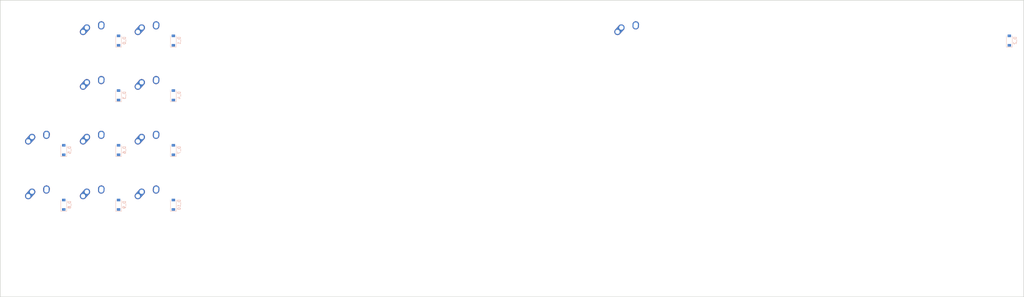
<source format=kicad_pcb>
(kicad_pcb (version 20171130) (host pcbnew "(5.0.0-3-g5ebb6b6)")

  (general
    (thickness 1.6)
    (drawings 0)
    (tracks 0)
    (zones 0)
    (modules 94)
    (nets 64)
  )

  (page A2)
  (layers
    (0 F.Cu signal)
    (31 B.Cu signal)
    (32 B.Adhes user)
    (33 F.Adhes user)
    (34 B.Paste user)
    (35 F.Paste user)
    (36 B.SilkS user)
    (37 F.SilkS user)
    (38 B.Mask user)
    (39 F.Mask user)
    (40 Dwgs.User user)
    (41 Cmts.User user)
    (42 Eco1.User user)
    (43 Eco2.User user)
    (44 Edge.Cuts user)
    (45 Margin user)
    (46 B.CrtYd user)
    (47 F.CrtYd user)
    (48 B.Fab user)
    (49 F.Fab user)
  )

  (setup
    (last_trace_width 0.25)
    (trace_clearance 0.2)
    (zone_clearance 0.508)
    (zone_45_only no)
    (trace_min 0.2)
    (segment_width 0.2)
    (edge_width 0.1)
    (via_size 0.8)
    (via_drill 0.4)
    (via_min_size 0.4)
    (via_min_drill 0.3)
    (uvia_size 0.3)
    (uvia_drill 0.1)
    (uvias_allowed no)
    (uvia_min_size 0.2)
    (uvia_min_drill 0.1)
    (pcb_text_width 0.3)
    (pcb_text_size 1.5 1.5)
    (mod_edge_width 0.15)
    (mod_text_size 1 1)
    (mod_text_width 0.15)
    (pad_size 1.5 1.5)
    (pad_drill 0.6)
    (pad_to_mask_clearance 0)
    (aux_axis_origin 0 0)
    (visible_elements FFFFFF7F)
    (pcbplotparams
      (layerselection 0x010fc_ffffffff)
      (usegerberextensions false)
      (usegerberattributes false)
      (usegerberadvancedattributes false)
      (creategerberjobfile false)
      (excludeedgelayer true)
      (linewidth 0.100000)
      (plotframeref false)
      (viasonmask false)
      (mode 1)
      (useauxorigin false)
      (hpglpennumber 1)
      (hpglpenspeed 20)
      (hpglpendiameter 15.000000)
      (psnegative false)
      (psa4output false)
      (plotreference true)
      (plotvalue true)
      (plotinvisibletext false)
      (padsonsilk false)
      (subtractmaskfromsilk false)
      (outputformat 1)
      (mirror false)
      (drillshape 1)
      (scaleselection 1)
      (outputdirectory ""))
  )

  (net 0 "")
  (net 1 "GND")
  (net 2 "VCC")
  (net 3 "col0")
  (net 4 "col1")
  (net 5 "col2")
  (net 6 "col3")
  (net 7 "col4")
  (net 8 "col5")
  (net 9 "col6")
  (net 10 "col7")
  (net 11 "col8")
  (net 12 "col9")
  (net 13 "col10")
  (net 14 "col11")
  (net 15 "col12")
  (net 16 "row0")
  (net 17 "row1")
  (net 18 "row2")
  (net 19 "row3")
  (net 20 "row4")
  (net 21 "Net-(K_0-Pad1)")
  (net 22 "Net-(K_0-Pad2)")
  (net 23 "Net-(K_0-Pad3)")
  (net 24 "Net-(K_0-Pad4)")
  (net 25 "Net-(D_0-Pad1)")
  (net 26 "Net-(D_0-Pad2)")
  (net 27 "Net-(K_1-Pad1)")
  (net 28 "Net-(K_1-Pad2)")
  (net 29 "Net-(K_1-Pad3)")
  (net 30 "Net-(K_1-Pad4)")
  (net 31 "Net-(D_1-Pad1)")
  (net 32 "Net-(D_1-Pad2)")
  (net 33 "Net-(K_3-Pad1)")
  (net 34 "Net-(K_3-Pad2)")
  (net 35 "Net-(K_3-Pad3)")
  (net 36 "Net-(K_3-Pad4)")
  (net 37 "Net-(D_3-Pad1)")
  (net 38 "Net-(D_3-Pad2)")
  (net 39 "Net-(K_4-Pad1)")
  (net 40 "Net-(K_4-Pad2)")
  (net 41 "Net-(K_4-Pad3)")
  (net 42 "Net-(K_4-Pad4)")
  (net 43 "Net-(D_4-Pad1)")
  (net 44 "Net-(D_4-Pad2)")
  (net 45 "Net-(K_5-Pad1)")
  (net 46 "Net-(K_5-Pad2)")
  (net 47 "Net-(K_5-Pad3)")
  (net 48 "Net-(K_5-Pad4)")
  (net 49 "Net-(D_5-Pad1)")
  (net 50 "Net-(D_5-Pad2)")
  (net 51 "Net-(K_8-Pad1)")
  (net 52 "Net-(K_8-Pad2)")
  (net 53 "Net-(K_8-Pad3)")
  (net 54 "Net-(K_8-Pad4)")
  (net 55 "Net-(D_8-Pad1)")
  (net 56 "Net-(D_8-Pad2)")
  (net 57 "Net-(K_6-Pad1)")
  (net 58 "Net-(K_6-Pad2)")
  (net 59 "Net-(K_6-Pad3)")
  (net 60 "Net-(K_6-Pad4)")
  (net 61 "Net-(D_6-Pad1)")
  (net 62 "Net-(D_6-Pad2)")
  (net 63 "Net-(K_9-Pad1)")
  (net 64 "Net-(K_9-Pad2)")
  (net 65 "Net-(K_9-Pad3)")
  (net 66 "Net-(K_9-Pad4)")
  (net 67 "Net-(D_9-Pad1)")
  (net 68 "Net-(D_9-Pad2)")
  (net 69 "Net-(K_7-Pad1)")
  (net 70 "Net-(K_7-Pad2)")
  (net 71 "Net-(K_7-Pad3)")
  (net 72 "Net-(K_7-Pad4)")
  (net 73 "Net-(D_7-Pad1)")
  (net 74 "Net-(D_7-Pad2)")
  (net 75 "Net-(K_10-Pad1)")
  (net 76 "Net-(K_10-Pad2)")
  (net 77 "Net-(K_10-Pad3)")
  (net 78 "Net-(K_10-Pad4)")
  (net 79 "Net-(D_10-Pad1)")
  (net 80 "Net-(D_10-Pad2)")
  (net 81 "Net-(K_2-Pad1)")
  (net 82 "Net-(K_2-Pad2)")
  (net 83 "Net-(K_2-Pad3)")
  (net 84 "Net-(K_2-Pad4)")
  (net 85 "Net-(D_2-Pad1)")
  (net 86 "Net-(D_2-Pad2)")

(net_class Default "This is the default net class."
  (clearance 0.2)
  (trace_width 0.25)
  (via_dia 0.8)
  (via_drill 0.4)
  (uvia_dia 0.3)
  (uvia_drill 0.1)
  (add_net "")
  (add_net "GND")
  (add_net "VCC")
  (add_net "col0")
  (add_net "col1")
  (add_net "col2")
  (add_net "col3")
  (add_net "col4")
  (add_net "col5")
  (add_net "col6")
  (add_net "col7")
  (add_net "col8")
  (add_net "col9")
  (add_net "col10")
  (add_net "col11")
  (add_net "col12")
  (add_net "row0")
  (add_net "row1")
  (add_net "row2")
  (add_net "row3")
  (add_net "row4")
  (add_net "Net-(K_0-Pad1)")
  (add_net "Net-(K_0-Pad2)")
  (add_net "Net-(K_0-Pad3)")
  (add_net "Net-(K_0-Pad4)")
  (add_net "Net-(D_0-Pad1)")
  (add_net "Net-(D_0-Pad2)")
  (add_net "Net-(K_1-Pad1)")
  (add_net "Net-(K_1-Pad2)")
  (add_net "Net-(K_1-Pad3)")
  (add_net "Net-(K_1-Pad4)")
  (add_net "Net-(D_1-Pad1)")
  (add_net "Net-(D_1-Pad2)")
  (add_net "Net-(K_3-Pad1)")
  (add_net "Net-(K_3-Pad2)")
  (add_net "Net-(K_3-Pad3)")
  (add_net "Net-(K_3-Pad4)")
  (add_net "Net-(D_3-Pad1)")
  (add_net "Net-(D_3-Pad2)")
  (add_net "Net-(K_4-Pad1)")
  (add_net "Net-(K_4-Pad2)")
  (add_net "Net-(K_4-Pad3)")
  (add_net "Net-(K_4-Pad4)")
  (add_net "Net-(D_4-Pad1)")
  (add_net "Net-(D_4-Pad2)")
  (add_net "Net-(K_5-Pad1)")
  (add_net "Net-(K_5-Pad2)")
  (add_net "Net-(K_5-Pad3)")
  (add_net "Net-(K_5-Pad4)")
  (add_net "Net-(D_5-Pad1)")
  (add_net "Net-(D_5-Pad2)")
  (add_net "Net-(K_8-Pad1)")
  (add_net "Net-(K_8-Pad2)")
  (add_net "Net-(K_8-Pad3)")
  (add_net "Net-(K_8-Pad4)")
  (add_net "Net-(D_8-Pad1)")
  (add_net "Net-(D_8-Pad2)")
  (add_net "Net-(K_6-Pad1)")
  (add_net "Net-(K_6-Pad2)")
  (add_net "Net-(K_6-Pad3)")
  (add_net "Net-(K_6-Pad4)")
  (add_net "Net-(D_6-Pad1)")
  (add_net "Net-(D_6-Pad2)")
  (add_net "Net-(K_9-Pad1)")
  (add_net "Net-(K_9-Pad2)")
  (add_net "Net-(K_9-Pad3)")
  (add_net "Net-(K_9-Pad4)")
  (add_net "Net-(D_9-Pad1)")
  (add_net "Net-(D_9-Pad2)")
  (add_net "Net-(K_7-Pad1)")
  (add_net "Net-(K_7-Pad2)")
  (add_net "Net-(K_7-Pad3)")
  (add_net "Net-(K_7-Pad4)")
  (add_net "Net-(D_7-Pad1)")
  (add_net "Net-(D_7-Pad2)")
  (add_net "Net-(K_10-Pad1)")
  (add_net "Net-(K_10-Pad2)")
  (add_net "Net-(K_10-Pad3)")
  (add_net "Net-(K_10-Pad4)")
  (add_net "Net-(D_10-Pad1)")
  (add_net "Net-(D_10-Pad2)")
  (add_net "Net-(K_2-Pad1)")
  (add_net "Net-(K_2-Pad2)")
  (add_net "Net-(K_2-Pad3)")
  (add_net "Net-(K_2-Pad4)")
  (add_net "Net-(D_2-Pad1)")
  (add_net "Net-(D_2-Pad2)")
)

  (module MX_Alps_Hybrid:MX-1U-NoLED (layer F.Cu) (tedit 5A9F5203)
  (tstamp 00)
  (at
  28.575
  9.525
  )
  (path /00000001)
  (fp_text reference K_0 (at 0 3.175) (layer Dwgs.User)
    (effects (font (size 1 1) (thickness 0.15)))
  )
  (fp_text value KEYSW (at 0 -7.9375) (layer Dwgs.User)
    (effects (font (size 1 1) (thickness 0.15)))
  )
  (fp_line (start 5 -7) (end 7 -7) (layer Dwgs.User) (width 0.15))
  (fp_line (start 7 -7) (end 7 -5) (layer Dwgs.User) (width 0.15))
  (fp_line (start 5 7) (end 7 7) (layer Dwgs.User) (width 0.15))
  (fp_line (start 7 7) (end 7 5) (layer Dwgs.User) (width 0.15))
  (fp_line (start -7 5) (end -7 7) (layer Dwgs.User) (width 0.15))
  (fp_line (start -7 7) (end -5 7) (layer Dwgs.User) (width 0.15))
  (fp_line (start -5 -7) (end -7 -7) (layer Dwgs.User) (width 0.15))
  (fp_line (start -7 -7) (end -7 -5) (layer Dwgs.User) (width 0.15))
  (fp_line (start -9.525 -9.525) (end 9.525 -9.525) (layer Dwgs.User) (width 0.15))
  (fp_line (start 9.525 -9.525) (end 9.525 9.525) (layer Dwgs.User) (width 0.15))
  (fp_line (start 9.525 9.525) (end -9.525 9.525) (layer Dwgs.User) (width 0.15))
  (fp_line (start -9.525 9.525) (end -9.525 -9.525) (layer Dwgs.User) (width 0.15))
  (pad 1 thru_hole circle (at -2.5 -4) (size 2.25 2.25) (drill 1.47) (layers *.Cu B.Mask)
    (net 4 "col1"))
  (pad 1 thru_hole oval (at -3.81 -2.54 48.0996) (size 4.211556 2.25) (drill 1.47 (offset 0.980778 0)) (layers *.Cu B.Mask)
    (net 4 "col1"))
  (pad 2 thru_hole oval (at 2.5 -4.5 86.0548) (size 2.831378 2.25) (drill 1.47 (offset 0.290689 0)) (layers *.Cu B.Mask)
    (net 26 "Net-(D_0-Pad2)"))
  (pad 2 thru_hole circle (at 2.54 -5.08) (size 2.25 2.25) (drill 1.47) (layers *.Cu B.Mask)
    (net 26 "Net-(D_0-Pad2)"))
  (pad "" np_thru_hole circle (at 0 0) (size 3.9878 3.9878) (drill 3.9878) (layers *.Cu *.Mask))
  (pad "" np_thru_hole circle (at -5.08 0 48.0996) (size 1.75 1.75) (drill 1.75) (layers *.Cu *.Mask))
  (pad "" np_thru_hole circle (at 5.08 0 48.0996) (size 1.75 1.75) (drill 1.75) (layers *.Cu *.Mask))

  
  
  
)
(module Diode_SMD:D_SOD-123 (layer B.Cu) (tedit 561B6A12) (tstamp 01)
    (at
    37.1
    10.025
    90)
    (descr SOD-123)
    (tags SOD-123)
    (path /00000000)
    (attr smd)
    (fp_text reference D_0 (at 0 2 90) (layer B.SilkS)
      (effects (font (size 1 1) (thickness 0.15)) (justify mirror))
    )
    (fp_text value D (at 0 -2.1 90) (layer B.Fab)
      (effects (font (size 1 1) (thickness 0.15)) (justify mirror))
    )
    (fp_line (start -2.25 1) (end 1.65 1) (layer B.SilkS) (width 0.12))
    (fp_line (start -2.25 -1) (end 1.65 -1) (layer B.SilkS) (width 0.12))
    (fp_line (start -2.35 1.15) (end -2.35 -1.15) (layer B.CrtYd) (width 0.05))
    (fp_line (start 2.35 -1.15) (end -2.35 -1.15) (layer B.CrtYd) (width 0.05))
    (fp_line (start 2.35 1.15) (end 2.35 -1.15) (layer B.CrtYd) (width 0.05))
    (fp_line (start -2.35 1.15) (end 2.35 1.15) (layer B.CrtYd) (width 0.05))
    (fp_line (start -1.4 0.9) (end 1.4 0.9) (layer B.Fab) (width 0.1))
    (fp_line (start 1.4 0.9) (end 1.4 -0.9) (layer B.Fab) (width 0.1))
    (fp_line (start 1.4 -0.9) (end -1.4 -0.9) (layer B.Fab) (width 0.1))
    (fp_line (start -1.4 -0.9) (end -1.4 0.9) (layer B.Fab) (width 0.1))
    (fp_line (start -0.75 0) (end -0.35 0) (layer B.Fab) (width 0.1))
    (fp_line (start -0.35 0) (end -0.35 0.55) (layer B.Fab) (width 0.1))
    (fp_line (start -0.35 0) (end -0.35 -0.55) (layer B.Fab) (width 0.1))
    (fp_line (start -0.35 0) (end 0.25 0.4) (layer B.Fab) (width 0.1))
    (fp_line (start 0.25 0.4) (end 0.25 -0.4) (layer B.Fab) (width 0.1))
    (fp_line (start 0.25 -0.4) (end -0.35 0) (layer B.Fab) (width 0.1))
    (fp_line (start 0.25 0) (end 0.75 0) (layer B.Fab) (width 0.1))
    (fp_line (start -2.25 1) (end -2.25 -1) (layer B.SilkS) (width 0.12))
    (fp_text user %R (at 0 2 270) (layer B.Fab)
      (effects (font (size 1 1) (thickness 0.15)) (justify mirror))
    )
    (pad 2 smd rect (at 1.65 0 90) (size 0.9 1.2) (layers B.Cu B.Paste B.Mask)
      (net 26 "Net-(D_0-Pad2)"))
    (pad 1 smd rect (at -1.65 0 90) (size 0.9 1.2) (layers B.Cu B.Paste B.Mask)
      (net 16 "row0"))
    (model ${KISYS3DMOD}/Diode_SMD.3dshapes/D_SOD-123.wrl
      (at (xyz 0 0 0))
      (scale (xyz 1 1 1))
      (rotate (xyz 0 0 0))
    )
  )

(module MX_Alps_Hybrid:MX-1U-NoLED (layer F.Cu) (tedit 5A9F5203)
  (tstamp 10)
  (at
  47.625
  9.525
  )
  (path /00000011)
  (fp_text reference K_1 (at 0 3.175) (layer Dwgs.User)
    (effects (font (size 1 1) (thickness 0.15)))
  )
  (fp_text value KEYSW (at 0 -7.9375) (layer Dwgs.User)
    (effects (font (size 1 1) (thickness 0.15)))
  )
  (fp_line (start 5 -7) (end 7 -7) (layer Dwgs.User) (width 0.15))
  (fp_line (start 7 -7) (end 7 -5) (layer Dwgs.User) (width 0.15))
  (fp_line (start 5 7) (end 7 7) (layer Dwgs.User) (width 0.15))
  (fp_line (start 7 7) (end 7 5) (layer Dwgs.User) (width 0.15))
  (fp_line (start -7 5) (end -7 7) (layer Dwgs.User) (width 0.15))
  (fp_line (start -7 7) (end -5 7) (layer Dwgs.User) (width 0.15))
  (fp_line (start -5 -7) (end -7 -7) (layer Dwgs.User) (width 0.15))
  (fp_line (start -7 -7) (end -7 -5) (layer Dwgs.User) (width 0.15))
  (fp_line (start -9.525 -9.525) (end 9.525 -9.525) (layer Dwgs.User) (width 0.15))
  (fp_line (start 9.525 -9.525) (end 9.525 9.525) (layer Dwgs.User) (width 0.15))
  (fp_line (start 9.525 9.525) (end -9.525 9.525) (layer Dwgs.User) (width 0.15))
  (fp_line (start -9.525 9.525) (end -9.525 -9.525) (layer Dwgs.User) (width 0.15))
  (pad 1 thru_hole circle (at -2.5 -4) (size 2.25 2.25) (drill 1.47) (layers *.Cu B.Mask)
    (net 5 "col2"))
  (pad 1 thru_hole oval (at -3.81 -2.54 48.0996) (size 4.211556 2.25) (drill 1.47 (offset 0.980778 0)) (layers *.Cu B.Mask)
    (net 5 "col2"))
  (pad 2 thru_hole oval (at 2.5 -4.5 86.0548) (size 2.831378 2.25) (drill 1.47 (offset 0.290689 0)) (layers *.Cu B.Mask)
    (net 32 "Net-(D_1-Pad2)"))
  (pad 2 thru_hole circle (at 2.54 -5.08) (size 2.25 2.25) (drill 1.47) (layers *.Cu B.Mask)
    (net 32 "Net-(D_1-Pad2)"))
  (pad "" np_thru_hole circle (at 0 0) (size 3.9878 3.9878) (drill 3.9878) (layers *.Cu *.Mask))
  (pad "" np_thru_hole circle (at -5.08 0 48.0996) (size 1.75 1.75) (drill 1.75) (layers *.Cu *.Mask))
  (pad "" np_thru_hole circle (at 5.08 0 48.0996) (size 1.75 1.75) (drill 1.75) (layers *.Cu *.Mask))

  
  
  
)
(module Diode_SMD:D_SOD-123 (layer B.Cu) (tedit 561B6A12) (tstamp 11)
    (at
    56.15
    10.025
    90)
    (descr SOD-123)
    (tags SOD-123)
    (path /00000010)
    (attr smd)
    (fp_text reference D_1 (at 0 2 90) (layer B.SilkS)
      (effects (font (size 1 1) (thickness 0.15)) (justify mirror))
    )
    (fp_text value D (at 0 -2.1 90) (layer B.Fab)
      (effects (font (size 1 1) (thickness 0.15)) (justify mirror))
    )
    (fp_line (start -2.25 1) (end 1.65 1) (layer B.SilkS) (width 0.12))
    (fp_line (start -2.25 -1) (end 1.65 -1) (layer B.SilkS) (width 0.12))
    (fp_line (start -2.35 1.15) (end -2.35 -1.15) (layer B.CrtYd) (width 0.05))
    (fp_line (start 2.35 -1.15) (end -2.35 -1.15) (layer B.CrtYd) (width 0.05))
    (fp_line (start 2.35 1.15) (end 2.35 -1.15) (layer B.CrtYd) (width 0.05))
    (fp_line (start -2.35 1.15) (end 2.35 1.15) (layer B.CrtYd) (width 0.05))
    (fp_line (start -1.4 0.9) (end 1.4 0.9) (layer B.Fab) (width 0.1))
    (fp_line (start 1.4 0.9) (end 1.4 -0.9) (layer B.Fab) (width 0.1))
    (fp_line (start 1.4 -0.9) (end -1.4 -0.9) (layer B.Fab) (width 0.1))
    (fp_line (start -1.4 -0.9) (end -1.4 0.9) (layer B.Fab) (width 0.1))
    (fp_line (start -0.75 0) (end -0.35 0) (layer B.Fab) (width 0.1))
    (fp_line (start -0.35 0) (end -0.35 0.55) (layer B.Fab) (width 0.1))
    (fp_line (start -0.35 0) (end -0.35 -0.55) (layer B.Fab) (width 0.1))
    (fp_line (start -0.35 0) (end 0.25 0.4) (layer B.Fab) (width 0.1))
    (fp_line (start 0.25 0.4) (end 0.25 -0.4) (layer B.Fab) (width 0.1))
    (fp_line (start 0.25 -0.4) (end -0.35 0) (layer B.Fab) (width 0.1))
    (fp_line (start 0.25 0) (end 0.75 0) (layer B.Fab) (width 0.1))
    (fp_line (start -2.25 1) (end -2.25 -1) (layer B.SilkS) (width 0.12))
    (fp_text user %R (at 0 2 270) (layer B.Fab)
      (effects (font (size 1 1) (thickness 0.15)) (justify mirror))
    )
    (pad 2 smd rect (at 1.65 0 90) (size 0.9 1.2) (layers B.Cu B.Paste B.Mask)
      (net 32 "Net-(D_1-Pad2)"))
    (pad 1 smd rect (at -1.65 0 90) (size 0.9 1.2) (layers B.Cu B.Paste B.Mask)
      (net 16 "row0"))
    (model ${KISYS3DMOD}/Diode_SMD.3dshapes/D_SOD-123.wrl
      (at (xyz 0 0 0))
      (scale (xyz 1 1 1))
      (rotate (xyz 0 0 0))
    )
  )

(module MX_Alps_Hybrid:MX-1U-NoLED (layer F.Cu) (tedit 5A9F5203)
  (tstamp 30)
  (at
  28.575
  28.575
  )
  (path /00000031)
  (fp_text reference K_3 (at 0 3.175) (layer Dwgs.User)
    (effects (font (size 1 1) (thickness 0.15)))
  )
  (fp_text value KEYSW (at 0 -7.9375) (layer Dwgs.User)
    (effects (font (size 1 1) (thickness 0.15)))
  )
  (fp_line (start 5 -7) (end 7 -7) (layer Dwgs.User) (width 0.15))
  (fp_line (start 7 -7) (end 7 -5) (layer Dwgs.User) (width 0.15))
  (fp_line (start 5 7) (end 7 7) (layer Dwgs.User) (width 0.15))
  (fp_line (start 7 7) (end 7 5) (layer Dwgs.User) (width 0.15))
  (fp_line (start -7 5) (end -7 7) (layer Dwgs.User) (width 0.15))
  (fp_line (start -7 7) (end -5 7) (layer Dwgs.User) (width 0.15))
  (fp_line (start -5 -7) (end -7 -7) (layer Dwgs.User) (width 0.15))
  (fp_line (start -7 -7) (end -7 -5) (layer Dwgs.User) (width 0.15))
  (fp_line (start -9.525 -9.525) (end 9.525 -9.525) (layer Dwgs.User) (width 0.15))
  (fp_line (start 9.525 -9.525) (end 9.525 9.525) (layer Dwgs.User) (width 0.15))
  (fp_line (start 9.525 9.525) (end -9.525 9.525) (layer Dwgs.User) (width 0.15))
  (fp_line (start -9.525 9.525) (end -9.525 -9.525) (layer Dwgs.User) (width 0.15))
  (pad 1 thru_hole circle (at -2.5 -4) (size 2.25 2.25) (drill 1.47) (layers *.Cu B.Mask)
    (net 4 "col1"))
  (pad 1 thru_hole oval (at -3.81 -2.54 48.0996) (size 4.211556 2.25) (drill 1.47 (offset 0.980778 0)) (layers *.Cu B.Mask)
    (net 4 "col1"))
  (pad 2 thru_hole oval (at 2.5 -4.5 86.0548) (size 2.831378 2.25) (drill 1.47 (offset 0.290689 0)) (layers *.Cu B.Mask)
    (net 38 "Net-(D_3-Pad2)"))
  (pad 2 thru_hole circle (at 2.54 -5.08) (size 2.25 2.25) (drill 1.47) (layers *.Cu B.Mask)
    (net 38 "Net-(D_3-Pad2)"))
  (pad "" np_thru_hole circle (at 0 0) (size 3.9878 3.9878) (drill 3.9878) (layers *.Cu *.Mask))
  (pad "" np_thru_hole circle (at -5.08 0 48.0996) (size 1.75 1.75) (drill 1.75) (layers *.Cu *.Mask))
  (pad "" np_thru_hole circle (at 5.08 0 48.0996) (size 1.75 1.75) (drill 1.75) (layers *.Cu *.Mask))

  
  
  
)
(module Diode_SMD:D_SOD-123 (layer B.Cu) (tedit 561B6A12) (tstamp 31)
    (at
    37.1
    29.075
    90)
    (descr SOD-123)
    (tags SOD-123)
    (path /00000030)
    (attr smd)
    (fp_text reference D_3 (at 0 2 90) (layer B.SilkS)
      (effects (font (size 1 1) (thickness 0.15)) (justify mirror))
    )
    (fp_text value D (at 0 -2.1 90) (layer B.Fab)
      (effects (font (size 1 1) (thickness 0.15)) (justify mirror))
    )
    (fp_line (start -2.25 1) (end 1.65 1) (layer B.SilkS) (width 0.12))
    (fp_line (start -2.25 -1) (end 1.65 -1) (layer B.SilkS) (width 0.12))
    (fp_line (start -2.35 1.15) (end -2.35 -1.15) (layer B.CrtYd) (width 0.05))
    (fp_line (start 2.35 -1.15) (end -2.35 -1.15) (layer B.CrtYd) (width 0.05))
    (fp_line (start 2.35 1.15) (end 2.35 -1.15) (layer B.CrtYd) (width 0.05))
    (fp_line (start -2.35 1.15) (end 2.35 1.15) (layer B.CrtYd) (width 0.05))
    (fp_line (start -1.4 0.9) (end 1.4 0.9) (layer B.Fab) (width 0.1))
    (fp_line (start 1.4 0.9) (end 1.4 -0.9) (layer B.Fab) (width 0.1))
    (fp_line (start 1.4 -0.9) (end -1.4 -0.9) (layer B.Fab) (width 0.1))
    (fp_line (start -1.4 -0.9) (end -1.4 0.9) (layer B.Fab) (width 0.1))
    (fp_line (start -0.75 0) (end -0.35 0) (layer B.Fab) (width 0.1))
    (fp_line (start -0.35 0) (end -0.35 0.55) (layer B.Fab) (width 0.1))
    (fp_line (start -0.35 0) (end -0.35 -0.55) (layer B.Fab) (width 0.1))
    (fp_line (start -0.35 0) (end 0.25 0.4) (layer B.Fab) (width 0.1))
    (fp_line (start 0.25 0.4) (end 0.25 -0.4) (layer B.Fab) (width 0.1))
    (fp_line (start 0.25 -0.4) (end -0.35 0) (layer B.Fab) (width 0.1))
    (fp_line (start 0.25 0) (end 0.75 0) (layer B.Fab) (width 0.1))
    (fp_line (start -2.25 1) (end -2.25 -1) (layer B.SilkS) (width 0.12))
    (fp_text user %R (at 0 2 270) (layer B.Fab)
      (effects (font (size 1 1) (thickness 0.15)) (justify mirror))
    )
    (pad 2 smd rect (at 1.65 0 90) (size 0.9 1.2) (layers B.Cu B.Paste B.Mask)
      (net 38 "Net-(D_3-Pad2)"))
    (pad 1 smd rect (at -1.65 0 90) (size 0.9 1.2) (layers B.Cu B.Paste B.Mask)
      (net 17 "row1"))
    (model ${KISYS3DMOD}/Diode_SMD.3dshapes/D_SOD-123.wrl
      (at (xyz 0 0 0))
      (scale (xyz 1 1 1))
      (rotate (xyz 0 0 0))
    )
  )

(module MX_Alps_Hybrid:MX-1U-NoLED (layer F.Cu) (tedit 5A9F5203)
  (tstamp 40)
  (at
  47.625
  28.575
  )
  (path /00000041)
  (fp_text reference K_4 (at 0 3.175) (layer Dwgs.User)
    (effects (font (size 1 1) (thickness 0.15)))
  )
  (fp_text value KEYSW (at 0 -7.9375) (layer Dwgs.User)
    (effects (font (size 1 1) (thickness 0.15)))
  )
  (fp_line (start 5 -7) (end 7 -7) (layer Dwgs.User) (width 0.15))
  (fp_line (start 7 -7) (end 7 -5) (layer Dwgs.User) (width 0.15))
  (fp_line (start 5 7) (end 7 7) (layer Dwgs.User) (width 0.15))
  (fp_line (start 7 7) (end 7 5) (layer Dwgs.User) (width 0.15))
  (fp_line (start -7 5) (end -7 7) (layer Dwgs.User) (width 0.15))
  (fp_line (start -7 7) (end -5 7) (layer Dwgs.User) (width 0.15))
  (fp_line (start -5 -7) (end -7 -7) (layer Dwgs.User) (width 0.15))
  (fp_line (start -7 -7) (end -7 -5) (layer Dwgs.User) (width 0.15))
  (fp_line (start -9.525 -9.525) (end 9.525 -9.525) (layer Dwgs.User) (width 0.15))
  (fp_line (start 9.525 -9.525) (end 9.525 9.525) (layer Dwgs.User) (width 0.15))
  (fp_line (start 9.525 9.525) (end -9.525 9.525) (layer Dwgs.User) (width 0.15))
  (fp_line (start -9.525 9.525) (end -9.525 -9.525) (layer Dwgs.User) (width 0.15))
  (pad 1 thru_hole circle (at -2.5 -4) (size 2.25 2.25) (drill 1.47) (layers *.Cu B.Mask)
    (net 5 "col2"))
  (pad 1 thru_hole oval (at -3.81 -2.54 48.0996) (size 4.211556 2.25) (drill 1.47 (offset 0.980778 0)) (layers *.Cu B.Mask)
    (net 5 "col2"))
  (pad 2 thru_hole oval (at 2.5 -4.5 86.0548) (size 2.831378 2.25) (drill 1.47 (offset 0.290689 0)) (layers *.Cu B.Mask)
    (net 44 "Net-(D_4-Pad2)"))
  (pad 2 thru_hole circle (at 2.54 -5.08) (size 2.25 2.25) (drill 1.47) (layers *.Cu B.Mask)
    (net 44 "Net-(D_4-Pad2)"))
  (pad "" np_thru_hole circle (at 0 0) (size 3.9878 3.9878) (drill 3.9878) (layers *.Cu *.Mask))
  (pad "" np_thru_hole circle (at -5.08 0 48.0996) (size 1.75 1.75) (drill 1.75) (layers *.Cu *.Mask))
  (pad "" np_thru_hole circle (at 5.08 0 48.0996) (size 1.75 1.75) (drill 1.75) (layers *.Cu *.Mask))

  
  
  
)
(module Diode_SMD:D_SOD-123 (layer B.Cu) (tedit 561B6A12) (tstamp 41)
    (at
    56.15
    29.075
    90)
    (descr SOD-123)
    (tags SOD-123)
    (path /00000040)
    (attr smd)
    (fp_text reference D_4 (at 0 2 90) (layer B.SilkS)
      (effects (font (size 1 1) (thickness 0.15)) (justify mirror))
    )
    (fp_text value D (at 0 -2.1 90) (layer B.Fab)
      (effects (font (size 1 1) (thickness 0.15)) (justify mirror))
    )
    (fp_line (start -2.25 1) (end 1.65 1) (layer B.SilkS) (width 0.12))
    (fp_line (start -2.25 -1) (end 1.65 -1) (layer B.SilkS) (width 0.12))
    (fp_line (start -2.35 1.15) (end -2.35 -1.15) (layer B.CrtYd) (width 0.05))
    (fp_line (start 2.35 -1.15) (end -2.35 -1.15) (layer B.CrtYd) (width 0.05))
    (fp_line (start 2.35 1.15) (end 2.35 -1.15) (layer B.CrtYd) (width 0.05))
    (fp_line (start -2.35 1.15) (end 2.35 1.15) (layer B.CrtYd) (width 0.05))
    (fp_line (start -1.4 0.9) (end 1.4 0.9) (layer B.Fab) (width 0.1))
    (fp_line (start 1.4 0.9) (end 1.4 -0.9) (layer B.Fab) (width 0.1))
    (fp_line (start 1.4 -0.9) (end -1.4 -0.9) (layer B.Fab) (width 0.1))
    (fp_line (start -1.4 -0.9) (end -1.4 0.9) (layer B.Fab) (width 0.1))
    (fp_line (start -0.75 0) (end -0.35 0) (layer B.Fab) (width 0.1))
    (fp_line (start -0.35 0) (end -0.35 0.55) (layer B.Fab) (width 0.1))
    (fp_line (start -0.35 0) (end -0.35 -0.55) (layer B.Fab) (width 0.1))
    (fp_line (start -0.35 0) (end 0.25 0.4) (layer B.Fab) (width 0.1))
    (fp_line (start 0.25 0.4) (end 0.25 -0.4) (layer B.Fab) (width 0.1))
    (fp_line (start 0.25 -0.4) (end -0.35 0) (layer B.Fab) (width 0.1))
    (fp_line (start 0.25 0) (end 0.75 0) (layer B.Fab) (width 0.1))
    (fp_line (start -2.25 1) (end -2.25 -1) (layer B.SilkS) (width 0.12))
    (fp_text user %R (at 0 2 270) (layer B.Fab)
      (effects (font (size 1 1) (thickness 0.15)) (justify mirror))
    )
    (pad 2 smd rect (at 1.65 0 90) (size 0.9 1.2) (layers B.Cu B.Paste B.Mask)
      (net 44 "Net-(D_4-Pad2)"))
    (pad 1 smd rect (at -1.65 0 90) (size 0.9 1.2) (layers B.Cu B.Paste B.Mask)
      (net 17 "row1"))
    (model ${KISYS3DMOD}/Diode_SMD.3dshapes/D_SOD-123.wrl
      (at (xyz 0 0 0))
      (scale (xyz 1 1 1))
      (rotate (xyz 0 0 0))
    )
  )

(module MX_Alps_Hybrid:MX-1U-NoLED (layer F.Cu) (tedit 5A9F5203)
  (tstamp 50)
  (at
  9.525
  47.625
  )
  (path /00000051)
  (fp_text reference K_5 (at 0 3.175) (layer Dwgs.User)
    (effects (font (size 1 1) (thickness 0.15)))
  )
  (fp_text value KEYSW (at 0 -7.9375) (layer Dwgs.User)
    (effects (font (size 1 1) (thickness 0.15)))
  )
  (fp_line (start 5 -7) (end 7 -7) (layer Dwgs.User) (width 0.15))
  (fp_line (start 7 -7) (end 7 -5) (layer Dwgs.User) (width 0.15))
  (fp_line (start 5 7) (end 7 7) (layer Dwgs.User) (width 0.15))
  (fp_line (start 7 7) (end 7 5) (layer Dwgs.User) (width 0.15))
  (fp_line (start -7 5) (end -7 7) (layer Dwgs.User) (width 0.15))
  (fp_line (start -7 7) (end -5 7) (layer Dwgs.User) (width 0.15))
  (fp_line (start -5 -7) (end -7 -7) (layer Dwgs.User) (width 0.15))
  (fp_line (start -7 -7) (end -7 -5) (layer Dwgs.User) (width 0.15))
  (fp_line (start -9.525 -9.525) (end 9.525 -9.525) (layer Dwgs.User) (width 0.15))
  (fp_line (start 9.525 -9.525) (end 9.525 9.525) (layer Dwgs.User) (width 0.15))
  (fp_line (start 9.525 9.525) (end -9.525 9.525) (layer Dwgs.User) (width 0.15))
  (fp_line (start -9.525 9.525) (end -9.525 -9.525) (layer Dwgs.User) (width 0.15))
  (pad 1 thru_hole circle (at -2.5 -4) (size 2.25 2.25) (drill 1.47) (layers *.Cu B.Mask)
    (net 3 "col0"))
  (pad 1 thru_hole oval (at -3.81 -2.54 48.0996) (size 4.211556 2.25) (drill 1.47 (offset 0.980778 0)) (layers *.Cu B.Mask)
    (net 3 "col0"))
  (pad 2 thru_hole oval (at 2.5 -4.5 86.0548) (size 2.831378 2.25) (drill 1.47 (offset 0.290689 0)) (layers *.Cu B.Mask)
    (net 50 "Net-(D_5-Pad2)"))
  (pad 2 thru_hole circle (at 2.54 -5.08) (size 2.25 2.25) (drill 1.47) (layers *.Cu B.Mask)
    (net 50 "Net-(D_5-Pad2)"))
  (pad "" np_thru_hole circle (at 0 0) (size 3.9878 3.9878) (drill 3.9878) (layers *.Cu *.Mask))
  (pad "" np_thru_hole circle (at -5.08 0 48.0996) (size 1.75 1.75) (drill 1.75) (layers *.Cu *.Mask))
  (pad "" np_thru_hole circle (at 5.08 0 48.0996) (size 1.75 1.75) (drill 1.75) (layers *.Cu *.Mask))

  
  
  
)
(module Diode_SMD:D_SOD-123 (layer B.Cu) (tedit 561B6A12) (tstamp 51)
    (at
    18.05
    48.125
    90)
    (descr SOD-123)
    (tags SOD-123)
    (path /00000050)
    (attr smd)
    (fp_text reference D_5 (at 0 2 90) (layer B.SilkS)
      (effects (font (size 1 1) (thickness 0.15)) (justify mirror))
    )
    (fp_text value D (at 0 -2.1 90) (layer B.Fab)
      (effects (font (size 1 1) (thickness 0.15)) (justify mirror))
    )
    (fp_line (start -2.25 1) (end 1.65 1) (layer B.SilkS) (width 0.12))
    (fp_line (start -2.25 -1) (end 1.65 -1) (layer B.SilkS) (width 0.12))
    (fp_line (start -2.35 1.15) (end -2.35 -1.15) (layer B.CrtYd) (width 0.05))
    (fp_line (start 2.35 -1.15) (end -2.35 -1.15) (layer B.CrtYd) (width 0.05))
    (fp_line (start 2.35 1.15) (end 2.35 -1.15) (layer B.CrtYd) (width 0.05))
    (fp_line (start -2.35 1.15) (end 2.35 1.15) (layer B.CrtYd) (width 0.05))
    (fp_line (start -1.4 0.9) (end 1.4 0.9) (layer B.Fab) (width 0.1))
    (fp_line (start 1.4 0.9) (end 1.4 -0.9) (layer B.Fab) (width 0.1))
    (fp_line (start 1.4 -0.9) (end -1.4 -0.9) (layer B.Fab) (width 0.1))
    (fp_line (start -1.4 -0.9) (end -1.4 0.9) (layer B.Fab) (width 0.1))
    (fp_line (start -0.75 0) (end -0.35 0) (layer B.Fab) (width 0.1))
    (fp_line (start -0.35 0) (end -0.35 0.55) (layer B.Fab) (width 0.1))
    (fp_line (start -0.35 0) (end -0.35 -0.55) (layer B.Fab) (width 0.1))
    (fp_line (start -0.35 0) (end 0.25 0.4) (layer B.Fab) (width 0.1))
    (fp_line (start 0.25 0.4) (end 0.25 -0.4) (layer B.Fab) (width 0.1))
    (fp_line (start 0.25 -0.4) (end -0.35 0) (layer B.Fab) (width 0.1))
    (fp_line (start 0.25 0) (end 0.75 0) (layer B.Fab) (width 0.1))
    (fp_line (start -2.25 1) (end -2.25 -1) (layer B.SilkS) (width 0.12))
    (fp_text user %R (at 0 2 270) (layer B.Fab)
      (effects (font (size 1 1) (thickness 0.15)) (justify mirror))
    )
    (pad 2 smd rect (at 1.65 0 90) (size 0.9 1.2) (layers B.Cu B.Paste B.Mask)
      (net 50 "Net-(D_5-Pad2)"))
    (pad 1 smd rect (at -1.65 0 90) (size 0.9 1.2) (layers B.Cu B.Paste B.Mask)
      (net 18 "row2"))
    (model ${KISYS3DMOD}/Diode_SMD.3dshapes/D_SOD-123.wrl
      (at (xyz 0 0 0))
      (scale (xyz 1 1 1))
      (rotate (xyz 0 0 0))
    )
  )

(module MX_Alps_Hybrid:MX-1U-NoLED (layer F.Cu) (tedit 5A9F5203)
  (tstamp 80)
  (at
  9.525
  66.675
  )
  (path /00000081)
  (fp_text reference K_8 (at 0 3.175) (layer Dwgs.User)
    (effects (font (size 1 1) (thickness 0.15)))
  )
  (fp_text value KEYSW (at 0 -7.9375) (layer Dwgs.User)
    (effects (font (size 1 1) (thickness 0.15)))
  )
  (fp_line (start 5 -7) (end 7 -7) (layer Dwgs.User) (width 0.15))
  (fp_line (start 7 -7) (end 7 -5) (layer Dwgs.User) (width 0.15))
  (fp_line (start 5 7) (end 7 7) (layer Dwgs.User) (width 0.15))
  (fp_line (start 7 7) (end 7 5) (layer Dwgs.User) (width 0.15))
  (fp_line (start -7 5) (end -7 7) (layer Dwgs.User) (width 0.15))
  (fp_line (start -7 7) (end -5 7) (layer Dwgs.User) (width 0.15))
  (fp_line (start -5 -7) (end -7 -7) (layer Dwgs.User) (width 0.15))
  (fp_line (start -7 -7) (end -7 -5) (layer Dwgs.User) (width 0.15))
  (fp_line (start -9.525 -9.525) (end 9.525 -9.525) (layer Dwgs.User) (width 0.15))
  (fp_line (start 9.525 -9.525) (end 9.525 9.525) (layer Dwgs.User) (width 0.15))
  (fp_line (start 9.525 9.525) (end -9.525 9.525) (layer Dwgs.User) (width 0.15))
  (fp_line (start -9.525 9.525) (end -9.525 -9.525) (layer Dwgs.User) (width 0.15))
  (pad 1 thru_hole circle (at -2.5 -4) (size 2.25 2.25) (drill 1.47) (layers *.Cu B.Mask)
    (net 3 "col0"))
  (pad 1 thru_hole oval (at -3.81 -2.54 48.0996) (size 4.211556 2.25) (drill 1.47 (offset 0.980778 0)) (layers *.Cu B.Mask)
    (net 3 "col0"))
  (pad 2 thru_hole oval (at 2.5 -4.5 86.0548) (size 2.831378 2.25) (drill 1.47 (offset 0.290689 0)) (layers *.Cu B.Mask)
    (net 56 "Net-(D_8-Pad2)"))
  (pad 2 thru_hole circle (at 2.54 -5.08) (size 2.25 2.25) (drill 1.47) (layers *.Cu B.Mask)
    (net 56 "Net-(D_8-Pad2)"))
  (pad "" np_thru_hole circle (at 0 0) (size 3.9878 3.9878) (drill 3.9878) (layers *.Cu *.Mask))
  (pad "" np_thru_hole circle (at -5.08 0 48.0996) (size 1.75 1.75) (drill 1.75) (layers *.Cu *.Mask))
  (pad "" np_thru_hole circle (at 5.08 0 48.0996) (size 1.75 1.75) (drill 1.75) (layers *.Cu *.Mask))

  
  
  
)
(module Diode_SMD:D_SOD-123 (layer B.Cu) (tedit 561B6A12) (tstamp 81)
    (at
    18.05
    67.175
    90)
    (descr SOD-123)
    (tags SOD-123)
    (path /00000080)
    (attr smd)
    (fp_text reference D_8 (at 0 2 90) (layer B.SilkS)
      (effects (font (size 1 1) (thickness 0.15)) (justify mirror))
    )
    (fp_text value D (at 0 -2.1 90) (layer B.Fab)
      (effects (font (size 1 1) (thickness 0.15)) (justify mirror))
    )
    (fp_line (start -2.25 1) (end 1.65 1) (layer B.SilkS) (width 0.12))
    (fp_line (start -2.25 -1) (end 1.65 -1) (layer B.SilkS) (width 0.12))
    (fp_line (start -2.35 1.15) (end -2.35 -1.15) (layer B.CrtYd) (width 0.05))
    (fp_line (start 2.35 -1.15) (end -2.35 -1.15) (layer B.CrtYd) (width 0.05))
    (fp_line (start 2.35 1.15) (end 2.35 -1.15) (layer B.CrtYd) (width 0.05))
    (fp_line (start -2.35 1.15) (end 2.35 1.15) (layer B.CrtYd) (width 0.05))
    (fp_line (start -1.4 0.9) (end 1.4 0.9) (layer B.Fab) (width 0.1))
    (fp_line (start 1.4 0.9) (end 1.4 -0.9) (layer B.Fab) (width 0.1))
    (fp_line (start 1.4 -0.9) (end -1.4 -0.9) (layer B.Fab) (width 0.1))
    (fp_line (start -1.4 -0.9) (end -1.4 0.9) (layer B.Fab) (width 0.1))
    (fp_line (start -0.75 0) (end -0.35 0) (layer B.Fab) (width 0.1))
    (fp_line (start -0.35 0) (end -0.35 0.55) (layer B.Fab) (width 0.1))
    (fp_line (start -0.35 0) (end -0.35 -0.55) (layer B.Fab) (width 0.1))
    (fp_line (start -0.35 0) (end 0.25 0.4) (layer B.Fab) (width 0.1))
    (fp_line (start 0.25 0.4) (end 0.25 -0.4) (layer B.Fab) (width 0.1))
    (fp_line (start 0.25 -0.4) (end -0.35 0) (layer B.Fab) (width 0.1))
    (fp_line (start 0.25 0) (end 0.75 0) (layer B.Fab) (width 0.1))
    (fp_line (start -2.25 1) (end -2.25 -1) (layer B.SilkS) (width 0.12))
    (fp_text user %R (at 0 2 270) (layer B.Fab)
      (effects (font (size 1 1) (thickness 0.15)) (justify mirror))
    )
    (pad 2 smd rect (at 1.65 0 90) (size 0.9 1.2) (layers B.Cu B.Paste B.Mask)
      (net 56 "Net-(D_8-Pad2)"))
    (pad 1 smd rect (at -1.65 0 90) (size 0.9 1.2) (layers B.Cu B.Paste B.Mask)
      (net 18 "row2"))
    (model ${KISYS3DMOD}/Diode_SMD.3dshapes/D_SOD-123.wrl
      (at (xyz 0 0 0))
      (scale (xyz 1 1 1))
      (rotate (xyz 0 0 0))
    )
  )

(module MX_Alps_Hybrid:MX-1U-NoLED (layer F.Cu) (tedit 5A9F5203)
  (tstamp 60)
  (at
  28.575
  47.625
  )
  (path /00000061)
  (fp_text reference K_6 (at 0 3.175) (layer Dwgs.User)
    (effects (font (size 1 1) (thickness 0.15)))
  )
  (fp_text value KEYSW (at 0 -7.9375) (layer Dwgs.User)
    (effects (font (size 1 1) (thickness 0.15)))
  )
  (fp_line (start 5 -7) (end 7 -7) (layer Dwgs.User) (width 0.15))
  (fp_line (start 7 -7) (end 7 -5) (layer Dwgs.User) (width 0.15))
  (fp_line (start 5 7) (end 7 7) (layer Dwgs.User) (width 0.15))
  (fp_line (start 7 7) (end 7 5) (layer Dwgs.User) (width 0.15))
  (fp_line (start -7 5) (end -7 7) (layer Dwgs.User) (width 0.15))
  (fp_line (start -7 7) (end -5 7) (layer Dwgs.User) (width 0.15))
  (fp_line (start -5 -7) (end -7 -7) (layer Dwgs.User) (width 0.15))
  (fp_line (start -7 -7) (end -7 -5) (layer Dwgs.User) (width 0.15))
  (fp_line (start -9.525 -9.525) (end 9.525 -9.525) (layer Dwgs.User) (width 0.15))
  (fp_line (start 9.525 -9.525) (end 9.525 9.525) (layer Dwgs.User) (width 0.15))
  (fp_line (start 9.525 9.525) (end -9.525 9.525) (layer Dwgs.User) (width 0.15))
  (fp_line (start -9.525 9.525) (end -9.525 -9.525) (layer Dwgs.User) (width 0.15))
  (pad 1 thru_hole circle (at -2.5 -4) (size 2.25 2.25) (drill 1.47) (layers *.Cu B.Mask)
    (net 4 "col1"))
  (pad 1 thru_hole oval (at -3.81 -2.54 48.0996) (size 4.211556 2.25) (drill 1.47 (offset 0.980778 0)) (layers *.Cu B.Mask)
    (net 4 "col1"))
  (pad 2 thru_hole oval (at 2.5 -4.5 86.0548) (size 2.831378 2.25) (drill 1.47 (offset 0.290689 0)) (layers *.Cu B.Mask)
    (net 62 "Net-(D_6-Pad2)"))
  (pad 2 thru_hole circle (at 2.54 -5.08) (size 2.25 2.25) (drill 1.47) (layers *.Cu B.Mask)
    (net 62 "Net-(D_6-Pad2)"))
  (pad "" np_thru_hole circle (at 0 0) (size 3.9878 3.9878) (drill 3.9878) (layers *.Cu *.Mask))
  (pad "" np_thru_hole circle (at -5.08 0 48.0996) (size 1.75 1.75) (drill 1.75) (layers *.Cu *.Mask))
  (pad "" np_thru_hole circle (at 5.08 0 48.0996) (size 1.75 1.75) (drill 1.75) (layers *.Cu *.Mask))

  
  
  
)
(module Diode_SMD:D_SOD-123 (layer B.Cu) (tedit 561B6A12) (tstamp 61)
    (at
    37.1
    48.125
    90)
    (descr SOD-123)
    (tags SOD-123)
    (path /00000060)
    (attr smd)
    (fp_text reference D_6 (at 0 2 90) (layer B.SilkS)
      (effects (font (size 1 1) (thickness 0.15)) (justify mirror))
    )
    (fp_text value D (at 0 -2.1 90) (layer B.Fab)
      (effects (font (size 1 1) (thickness 0.15)) (justify mirror))
    )
    (fp_line (start -2.25 1) (end 1.65 1) (layer B.SilkS) (width 0.12))
    (fp_line (start -2.25 -1) (end 1.65 -1) (layer B.SilkS) (width 0.12))
    (fp_line (start -2.35 1.15) (end -2.35 -1.15) (layer B.CrtYd) (width 0.05))
    (fp_line (start 2.35 -1.15) (end -2.35 -1.15) (layer B.CrtYd) (width 0.05))
    (fp_line (start 2.35 1.15) (end 2.35 -1.15) (layer B.CrtYd) (width 0.05))
    (fp_line (start -2.35 1.15) (end 2.35 1.15) (layer B.CrtYd) (width 0.05))
    (fp_line (start -1.4 0.9) (end 1.4 0.9) (layer B.Fab) (width 0.1))
    (fp_line (start 1.4 0.9) (end 1.4 -0.9) (layer B.Fab) (width 0.1))
    (fp_line (start 1.4 -0.9) (end -1.4 -0.9) (layer B.Fab) (width 0.1))
    (fp_line (start -1.4 -0.9) (end -1.4 0.9) (layer B.Fab) (width 0.1))
    (fp_line (start -0.75 0) (end -0.35 0) (layer B.Fab) (width 0.1))
    (fp_line (start -0.35 0) (end -0.35 0.55) (layer B.Fab) (width 0.1))
    (fp_line (start -0.35 0) (end -0.35 -0.55) (layer B.Fab) (width 0.1))
    (fp_line (start -0.35 0) (end 0.25 0.4) (layer B.Fab) (width 0.1))
    (fp_line (start 0.25 0.4) (end 0.25 -0.4) (layer B.Fab) (width 0.1))
    (fp_line (start 0.25 -0.4) (end -0.35 0) (layer B.Fab) (width 0.1))
    (fp_line (start 0.25 0) (end 0.75 0) (layer B.Fab) (width 0.1))
    (fp_line (start -2.25 1) (end -2.25 -1) (layer B.SilkS) (width 0.12))
    (fp_text user %R (at 0 2 270) (layer B.Fab)
      (effects (font (size 1 1) (thickness 0.15)) (justify mirror))
    )
    (pad 2 smd rect (at 1.65 0 90) (size 0.9 1.2) (layers B.Cu B.Paste B.Mask)
      (net 62 "Net-(D_6-Pad2)"))
    (pad 1 smd rect (at -1.65 0 90) (size 0.9 1.2) (layers B.Cu B.Paste B.Mask)
      (net 18 "row2"))
    (model ${KISYS3DMOD}/Diode_SMD.3dshapes/D_SOD-123.wrl
      (at (xyz 0 0 0))
      (scale (xyz 1 1 1))
      (rotate (xyz 0 0 0))
    )
  )

(module MX_Alps_Hybrid:MX-1U-NoLED (layer F.Cu) (tedit 5A9F5203)
  (tstamp 90)
  (at
  28.575
  66.675
  )
  (path /00000091)
  (fp_text reference K_9 (at 0 3.175) (layer Dwgs.User)
    (effects (font (size 1 1) (thickness 0.15)))
  )
  (fp_text value KEYSW (at 0 -7.9375) (layer Dwgs.User)
    (effects (font (size 1 1) (thickness 0.15)))
  )
  (fp_line (start 5 -7) (end 7 -7) (layer Dwgs.User) (width 0.15))
  (fp_line (start 7 -7) (end 7 -5) (layer Dwgs.User) (width 0.15))
  (fp_line (start 5 7) (end 7 7) (layer Dwgs.User) (width 0.15))
  (fp_line (start 7 7) (end 7 5) (layer Dwgs.User) (width 0.15))
  (fp_line (start -7 5) (end -7 7) (layer Dwgs.User) (width 0.15))
  (fp_line (start -7 7) (end -5 7) (layer Dwgs.User) (width 0.15))
  (fp_line (start -5 -7) (end -7 -7) (layer Dwgs.User) (width 0.15))
  (fp_line (start -7 -7) (end -7 -5) (layer Dwgs.User) (width 0.15))
  (fp_line (start -9.525 -9.525) (end 9.525 -9.525) (layer Dwgs.User) (width 0.15))
  (fp_line (start 9.525 -9.525) (end 9.525 9.525) (layer Dwgs.User) (width 0.15))
  (fp_line (start 9.525 9.525) (end -9.525 9.525) (layer Dwgs.User) (width 0.15))
  (fp_line (start -9.525 9.525) (end -9.525 -9.525) (layer Dwgs.User) (width 0.15))
  (pad 1 thru_hole circle (at -2.5 -4) (size 2.25 2.25) (drill 1.47) (layers *.Cu B.Mask)
    (net 4 "col1"))
  (pad 1 thru_hole oval (at -3.81 -2.54 48.0996) (size 4.211556 2.25) (drill 1.47 (offset 0.980778 0)) (layers *.Cu B.Mask)
    (net 4 "col1"))
  (pad 2 thru_hole oval (at 2.5 -4.5 86.0548) (size 2.831378 2.25) (drill 1.47 (offset 0.290689 0)) (layers *.Cu B.Mask)
    (net 68 "Net-(D_9-Pad2)"))
  (pad 2 thru_hole circle (at 2.54 -5.08) (size 2.25 2.25) (drill 1.47) (layers *.Cu B.Mask)
    (net 68 "Net-(D_9-Pad2)"))
  (pad "" np_thru_hole circle (at 0 0) (size 3.9878 3.9878) (drill 3.9878) (layers *.Cu *.Mask))
  (pad "" np_thru_hole circle (at -5.08 0 48.0996) (size 1.75 1.75) (drill 1.75) (layers *.Cu *.Mask))
  (pad "" np_thru_hole circle (at 5.08 0 48.0996) (size 1.75 1.75) (drill 1.75) (layers *.Cu *.Mask))

  
  
  
)
(module Diode_SMD:D_SOD-123 (layer B.Cu) (tedit 561B6A12) (tstamp 91)
    (at
    37.1
    67.175
    90)
    (descr SOD-123)
    (tags SOD-123)
    (path /00000090)
    (attr smd)
    (fp_text reference D_9 (at 0 2 90) (layer B.SilkS)
      (effects (font (size 1 1) (thickness 0.15)) (justify mirror))
    )
    (fp_text value D (at 0 -2.1 90) (layer B.Fab)
      (effects (font (size 1 1) (thickness 0.15)) (justify mirror))
    )
    (fp_line (start -2.25 1) (end 1.65 1) (layer B.SilkS) (width 0.12))
    (fp_line (start -2.25 -1) (end 1.65 -1) (layer B.SilkS) (width 0.12))
    (fp_line (start -2.35 1.15) (end -2.35 -1.15) (layer B.CrtYd) (width 0.05))
    (fp_line (start 2.35 -1.15) (end -2.35 -1.15) (layer B.CrtYd) (width 0.05))
    (fp_line (start 2.35 1.15) (end 2.35 -1.15) (layer B.CrtYd) (width 0.05))
    (fp_line (start -2.35 1.15) (end 2.35 1.15) (layer B.CrtYd) (width 0.05))
    (fp_line (start -1.4 0.9) (end 1.4 0.9) (layer B.Fab) (width 0.1))
    (fp_line (start 1.4 0.9) (end 1.4 -0.9) (layer B.Fab) (width 0.1))
    (fp_line (start 1.4 -0.9) (end -1.4 -0.9) (layer B.Fab) (width 0.1))
    (fp_line (start -1.4 -0.9) (end -1.4 0.9) (layer B.Fab) (width 0.1))
    (fp_line (start -0.75 0) (end -0.35 0) (layer B.Fab) (width 0.1))
    (fp_line (start -0.35 0) (end -0.35 0.55) (layer B.Fab) (width 0.1))
    (fp_line (start -0.35 0) (end -0.35 -0.55) (layer B.Fab) (width 0.1))
    (fp_line (start -0.35 0) (end 0.25 0.4) (layer B.Fab) (width 0.1))
    (fp_line (start 0.25 0.4) (end 0.25 -0.4) (layer B.Fab) (width 0.1))
    (fp_line (start 0.25 -0.4) (end -0.35 0) (layer B.Fab) (width 0.1))
    (fp_line (start 0.25 0) (end 0.75 0) (layer B.Fab) (width 0.1))
    (fp_line (start -2.25 1) (end -2.25 -1) (layer B.SilkS) (width 0.12))
    (fp_text user %R (at 0 2 270) (layer B.Fab)
      (effects (font (size 1 1) (thickness 0.15)) (justify mirror))
    )
    (pad 2 smd rect (at 1.65 0 90) (size 0.9 1.2) (layers B.Cu B.Paste B.Mask)
      (net 68 "Net-(D_9-Pad2)"))
    (pad 1 smd rect (at -1.65 0 90) (size 0.9 1.2) (layers B.Cu B.Paste B.Mask)
      (net 18 "row2"))
    (model ${KISYS3DMOD}/Diode_SMD.3dshapes/D_SOD-123.wrl
      (at (xyz 0 0 0))
      (scale (xyz 1 1 1))
      (rotate (xyz 0 0 0))
    )
  )

(module MX_Alps_Hybrid:MX-1U-NoLED (layer F.Cu) (tedit 5A9F5203)
  (tstamp 70)
  (at
  47.625
  47.625
  )
  (path /00000071)
  (fp_text reference K_7 (at 0 3.175) (layer Dwgs.User)
    (effects (font (size 1 1) (thickness 0.15)))
  )
  (fp_text value KEYSW (at 0 -7.9375) (layer Dwgs.User)
    (effects (font (size 1 1) (thickness 0.15)))
  )
  (fp_line (start 5 -7) (end 7 -7) (layer Dwgs.User) (width 0.15))
  (fp_line (start 7 -7) (end 7 -5) (layer Dwgs.User) (width 0.15))
  (fp_line (start 5 7) (end 7 7) (layer Dwgs.User) (width 0.15))
  (fp_line (start 7 7) (end 7 5) (layer Dwgs.User) (width 0.15))
  (fp_line (start -7 5) (end -7 7) (layer Dwgs.User) (width 0.15))
  (fp_line (start -7 7) (end -5 7) (layer Dwgs.User) (width 0.15))
  (fp_line (start -5 -7) (end -7 -7) (layer Dwgs.User) (width 0.15))
  (fp_line (start -7 -7) (end -7 -5) (layer Dwgs.User) (width 0.15))
  (fp_line (start -9.525 -9.525) (end 9.525 -9.525) (layer Dwgs.User) (width 0.15))
  (fp_line (start 9.525 -9.525) (end 9.525 9.525) (layer Dwgs.User) (width 0.15))
  (fp_line (start 9.525 9.525) (end -9.525 9.525) (layer Dwgs.User) (width 0.15))
  (fp_line (start -9.525 9.525) (end -9.525 -9.525) (layer Dwgs.User) (width 0.15))
  (pad 1 thru_hole circle (at -2.5 -4) (size 2.25 2.25) (drill 1.47) (layers *.Cu B.Mask)
    (net 5 "col2"))
  (pad 1 thru_hole oval (at -3.81 -2.54 48.0996) (size 4.211556 2.25) (drill 1.47 (offset 0.980778 0)) (layers *.Cu B.Mask)
    (net 5 "col2"))
  (pad 2 thru_hole oval (at 2.5 -4.5 86.0548) (size 2.831378 2.25) (drill 1.47 (offset 0.290689 0)) (layers *.Cu B.Mask)
    (net 74 "Net-(D_7-Pad2)"))
  (pad 2 thru_hole circle (at 2.54 -5.08) (size 2.25 2.25) (drill 1.47) (layers *.Cu B.Mask)
    (net 74 "Net-(D_7-Pad2)"))
  (pad "" np_thru_hole circle (at 0 0) (size 3.9878 3.9878) (drill 3.9878) (layers *.Cu *.Mask))
  (pad "" np_thru_hole circle (at -5.08 0 48.0996) (size 1.75 1.75) (drill 1.75) (layers *.Cu *.Mask))
  (pad "" np_thru_hole circle (at 5.08 0 48.0996) (size 1.75 1.75) (drill 1.75) (layers *.Cu *.Mask))

  
  
  
)
(module Diode_SMD:D_SOD-123 (layer B.Cu) (tedit 561B6A12) (tstamp 71)
    (at
    56.15
    48.125
    90)
    (descr SOD-123)
    (tags SOD-123)
    (path /00000070)
    (attr smd)
    (fp_text reference D_7 (at 0 2 90) (layer B.SilkS)
      (effects (font (size 1 1) (thickness 0.15)) (justify mirror))
    )
    (fp_text value D (at 0 -2.1 90) (layer B.Fab)
      (effects (font (size 1 1) (thickness 0.15)) (justify mirror))
    )
    (fp_line (start -2.25 1) (end 1.65 1) (layer B.SilkS) (width 0.12))
    (fp_line (start -2.25 -1) (end 1.65 -1) (layer B.SilkS) (width 0.12))
    (fp_line (start -2.35 1.15) (end -2.35 -1.15) (layer B.CrtYd) (width 0.05))
    (fp_line (start 2.35 -1.15) (end -2.35 -1.15) (layer B.CrtYd) (width 0.05))
    (fp_line (start 2.35 1.15) (end 2.35 -1.15) (layer B.CrtYd) (width 0.05))
    (fp_line (start -2.35 1.15) (end 2.35 1.15) (layer B.CrtYd) (width 0.05))
    (fp_line (start -1.4 0.9) (end 1.4 0.9) (layer B.Fab) (width 0.1))
    (fp_line (start 1.4 0.9) (end 1.4 -0.9) (layer B.Fab) (width 0.1))
    (fp_line (start 1.4 -0.9) (end -1.4 -0.9) (layer B.Fab) (width 0.1))
    (fp_line (start -1.4 -0.9) (end -1.4 0.9) (layer B.Fab) (width 0.1))
    (fp_line (start -0.75 0) (end -0.35 0) (layer B.Fab) (width 0.1))
    (fp_line (start -0.35 0) (end -0.35 0.55) (layer B.Fab) (width 0.1))
    (fp_line (start -0.35 0) (end -0.35 -0.55) (layer B.Fab) (width 0.1))
    (fp_line (start -0.35 0) (end 0.25 0.4) (layer B.Fab) (width 0.1))
    (fp_line (start 0.25 0.4) (end 0.25 -0.4) (layer B.Fab) (width 0.1))
    (fp_line (start 0.25 -0.4) (end -0.35 0) (layer B.Fab) (width 0.1))
    (fp_line (start 0.25 0) (end 0.75 0) (layer B.Fab) (width 0.1))
    (fp_line (start -2.25 1) (end -2.25 -1) (layer B.SilkS) (width 0.12))
    (fp_text user %R (at 0 2 270) (layer B.Fab)
      (effects (font (size 1 1) (thickness 0.15)) (justify mirror))
    )
    (pad 2 smd rect (at 1.65 0 90) (size 0.9 1.2) (layers B.Cu B.Paste B.Mask)
      (net 74 "Net-(D_7-Pad2)"))
    (pad 1 smd rect (at -1.65 0 90) (size 0.9 1.2) (layers B.Cu B.Paste B.Mask)
      (net 18 "row2"))
    (model ${KISYS3DMOD}/Diode_SMD.3dshapes/D_SOD-123.wrl
      (at (xyz 0 0 0))
      (scale (xyz 1 1 1))
      (rotate (xyz 0 0 0))
    )
  )

(module MX_Alps_Hybrid:MX-1U-NoLED (layer F.Cu) (tedit 5A9F5203)
  (tstamp a0)
  (at
  47.625
  66.675
  )
  (path /00000101)
  (fp_text reference K_10 (at 0 3.175) (layer Dwgs.User)
    (effects (font (size 1 1) (thickness 0.15)))
  )
  (fp_text value KEYSW (at 0 -7.9375) (layer Dwgs.User)
    (effects (font (size 1 1) (thickness 0.15)))
  )
  (fp_line (start 5 -7) (end 7 -7) (layer Dwgs.User) (width 0.15))
  (fp_line (start 7 -7) (end 7 -5) (layer Dwgs.User) (width 0.15))
  (fp_line (start 5 7) (end 7 7) (layer Dwgs.User) (width 0.15))
  (fp_line (start 7 7) (end 7 5) (layer Dwgs.User) (width 0.15))
  (fp_line (start -7 5) (end -7 7) (layer Dwgs.User) (width 0.15))
  (fp_line (start -7 7) (end -5 7) (layer Dwgs.User) (width 0.15))
  (fp_line (start -5 -7) (end -7 -7) (layer Dwgs.User) (width 0.15))
  (fp_line (start -7 -7) (end -7 -5) (layer Dwgs.User) (width 0.15))
  (fp_line (start -9.525 -9.525) (end 9.525 -9.525) (layer Dwgs.User) (width 0.15))
  (fp_line (start 9.525 -9.525) (end 9.525 9.525) (layer Dwgs.User) (width 0.15))
  (fp_line (start 9.525 9.525) (end -9.525 9.525) (layer Dwgs.User) (width 0.15))
  (fp_line (start -9.525 9.525) (end -9.525 -9.525) (layer Dwgs.User) (width 0.15))
  (pad 1 thru_hole circle (at -2.5 -4) (size 2.25 2.25) (drill 1.47) (layers *.Cu B.Mask)
    (net 5 "col2"))
  (pad 1 thru_hole oval (at -3.81 -2.54 48.0996) (size 4.211556 2.25) (drill 1.47 (offset 0.980778 0)) (layers *.Cu B.Mask)
    (net 5 "col2"))
  (pad 2 thru_hole oval (at 2.5 -4.5 86.0548) (size 2.831378 2.25) (drill 1.47 (offset 0.290689 0)) (layers *.Cu B.Mask)
    (net 80 "Net-(D_10-Pad2)"))
  (pad 2 thru_hole circle (at 2.54 -5.08) (size 2.25 2.25) (drill 1.47) (layers *.Cu B.Mask)
    (net 80 "Net-(D_10-Pad2)"))
  (pad "" np_thru_hole circle (at 0 0) (size 3.9878 3.9878) (drill 3.9878) (layers *.Cu *.Mask))
  (pad "" np_thru_hole circle (at -5.08 0 48.0996) (size 1.75 1.75) (drill 1.75) (layers *.Cu *.Mask))
  (pad "" np_thru_hole circle (at 5.08 0 48.0996) (size 1.75 1.75) (drill 1.75) (layers *.Cu *.Mask))

  
  
  
)
(module Diode_SMD:D_SOD-123 (layer B.Cu) (tedit 561B6A12) (tstamp a1)
    (at
    56.15
    67.175
    90)
    (descr SOD-123)
    (tags SOD-123)
    (path /00000100)
    (attr smd)
    (fp_text reference D_10 (at 0 2 90) (layer B.SilkS)
      (effects (font (size 1 1) (thickness 0.15)) (justify mirror))
    )
    (fp_text value D (at 0 -2.1 90) (layer B.Fab)
      (effects (font (size 1 1) (thickness 0.15)) (justify mirror))
    )
    (fp_line (start -2.25 1) (end 1.65 1) (layer B.SilkS) (width 0.12))
    (fp_line (start -2.25 -1) (end 1.65 -1) (layer B.SilkS) (width 0.12))
    (fp_line (start -2.35 1.15) (end -2.35 -1.15) (layer B.CrtYd) (width 0.05))
    (fp_line (start 2.35 -1.15) (end -2.35 -1.15) (layer B.CrtYd) (width 0.05))
    (fp_line (start 2.35 1.15) (end 2.35 -1.15) (layer B.CrtYd) (width 0.05))
    (fp_line (start -2.35 1.15) (end 2.35 1.15) (layer B.CrtYd) (width 0.05))
    (fp_line (start -1.4 0.9) (end 1.4 0.9) (layer B.Fab) (width 0.1))
    (fp_line (start 1.4 0.9) (end 1.4 -0.9) (layer B.Fab) (width 0.1))
    (fp_line (start 1.4 -0.9) (end -1.4 -0.9) (layer B.Fab) (width 0.1))
    (fp_line (start -1.4 -0.9) (end -1.4 0.9) (layer B.Fab) (width 0.1))
    (fp_line (start -0.75 0) (end -0.35 0) (layer B.Fab) (width 0.1))
    (fp_line (start -0.35 0) (end -0.35 0.55) (layer B.Fab) (width 0.1))
    (fp_line (start -0.35 0) (end -0.35 -0.55) (layer B.Fab) (width 0.1))
    (fp_line (start -0.35 0) (end 0.25 0.4) (layer B.Fab) (width 0.1))
    (fp_line (start 0.25 0.4) (end 0.25 -0.4) (layer B.Fab) (width 0.1))
    (fp_line (start 0.25 -0.4) (end -0.35 0) (layer B.Fab) (width 0.1))
    (fp_line (start 0.25 0) (end 0.75 0) (layer B.Fab) (width 0.1))
    (fp_line (start -2.25 1) (end -2.25 -1) (layer B.SilkS) (width 0.12))
    (fp_text user %R (at 0 2 270) (layer B.Fab)
      (effects (font (size 1 1) (thickness 0.15)) (justify mirror))
    )
    (pad 2 smd rect (at 1.65 0 90) (size 0.9 1.2) (layers B.Cu B.Paste B.Mask)
      (net 80 "Net-(D_10-Pad2)"))
    (pad 1 smd rect (at -1.65 0 90) (size 0.9 1.2) (layers B.Cu B.Paste B.Mask)
      (net 18 "row2"))
    (model ${KISYS3DMOD}/Diode_SMD.3dshapes/D_SOD-123.wrl
      (at (xyz 0 0 0))
      (scale (xyz 1 1 1))
      (rotate (xyz 0 0 0))
    )
  )

(module MX_Alps_Hybrid:MX-14U-NoLED (layer F.Cu) (tedit 5A9F5203)
  (tstamp 20)
  (at
  214.3125
  9.525
  )
  (path /00000021)
  (fp_text reference K_2 (at 0 3.175) (layer Dwgs.User)
    (effects (font (size 1 1) (thickness 0.15)))
  )
  (fp_text value KEYSW (at 0 -7.9375) (layer Dwgs.User)
    (effects (font (size 1 1) (thickness 0.15)))
  )
  (fp_line (start 5 -7) (end 7 -7) (layer Dwgs.User) (width 0.15))
  (fp_line (start 7 -7) (end 7 -5) (layer Dwgs.User) (width 0.15))
  (fp_line (start 5 7) (end 7 7) (layer Dwgs.User) (width 0.15))
  (fp_line (start 7 7) (end 7 5) (layer Dwgs.User) (width 0.15))
  (fp_line (start -7 5) (end -7 7) (layer Dwgs.User) (width 0.15))
  (fp_line (start -7 7) (end -5 7) (layer Dwgs.User) (width 0.15))
  (fp_line (start -5 -7) (end -7 -7) (layer Dwgs.User) (width 0.15))
  (fp_line (start -7 -7) (end -7 -5) (layer Dwgs.User) (width 0.15))
  (fp_line (start -133.35 -9.525) (end 133.35 -9.525) (layer Dwgs.User) (width 0.15))
  (fp_line (start 133.35 -9.525) (end 133.35 9.525) (layer Dwgs.User) (width 0.15))
  (fp_line (start 133.35 9.525) (end -133.35 9.525) (layer Dwgs.User) (width 0.15))
  (fp_line (start -133.35 9.525) (end -133.35 -9.525) (layer Dwgs.User) (width 0.15))
  (pad 1 thru_hole circle (at -2.5 -4) (size 2.25 2.25) (drill 1.47) (layers *.Cu B.Mask)
    (net 14 "col11"))
  (pad 1 thru_hole oval (at -3.81 -2.54 48.0996) (size 4.211556 2.25) (drill 1.47 (offset 0.980778 0)) (layers *.Cu B.Mask)
    (net 14 "col11"))
  (pad 2 thru_hole oval (at 2.5 -4.5 86.0548) (size 2.831378 2.25) (drill 1.47 (offset 0.290689 0)) (layers *.Cu B.Mask)
    (net 86 "Net-(D_2-Pad2)"))
  (pad 2 thru_hole circle (at 2.54 -5.08) (size 2.25 2.25) (drill 1.47) (layers *.Cu B.Mask)
    (net 86 "Net-(D_2-Pad2)"))
  (pad "" np_thru_hole circle (at 0 0) (size 3.9878 3.9878) (drill 3.9878) (layers *.Cu *.Mask))
  (pad "" np_thru_hole circle (at -5.08 0 48.0996) (size 1.75 1.75) (drill 1.75) (layers *.Cu *.Mask))
  (pad "" np_thru_hole circle (at 5.08 0 48.0996) (size 1.75 1.75) (drill 1.75) (layers *.Cu *.Mask))

  
  
  
)
(module Diode_SMD:D_SOD-123 (layer B.Cu) (tedit 561B6A12) (tstamp 21)
    (at
    346.6625
    10.025
    90)
    (descr SOD-123)
    (tags SOD-123)
    (path /00000020)
    (attr smd)
    (fp_text reference D_2 (at 0 2 90) (layer B.SilkS)
      (effects (font (size 1 1) (thickness 0.15)) (justify mirror))
    )
    (fp_text value D (at 0 -2.1 90) (layer B.Fab)
      (effects (font (size 1 1) (thickness 0.15)) (justify mirror))
    )
    (fp_line (start -2.25 1) (end 1.65 1) (layer B.SilkS) (width 0.12))
    (fp_line (start -2.25 -1) (end 1.65 -1) (layer B.SilkS) (width 0.12))
    (fp_line (start -2.35 1.15) (end -2.35 -1.15) (layer B.CrtYd) (width 0.05))
    (fp_line (start 2.35 -1.15) (end -2.35 -1.15) (layer B.CrtYd) (width 0.05))
    (fp_line (start 2.35 1.15) (end 2.35 -1.15) (layer B.CrtYd) (width 0.05))
    (fp_line (start -2.35 1.15) (end 2.35 1.15) (layer B.CrtYd) (width 0.05))
    (fp_line (start -1.4 0.9) (end 1.4 0.9) (layer B.Fab) (width 0.1))
    (fp_line (start 1.4 0.9) (end 1.4 -0.9) (layer B.Fab) (width 0.1))
    (fp_line (start 1.4 -0.9) (end -1.4 -0.9) (layer B.Fab) (width 0.1))
    (fp_line (start -1.4 -0.9) (end -1.4 0.9) (layer B.Fab) (width 0.1))
    (fp_line (start -0.75 0) (end -0.35 0) (layer B.Fab) (width 0.1))
    (fp_line (start -0.35 0) (end -0.35 0.55) (layer B.Fab) (width 0.1))
    (fp_line (start -0.35 0) (end -0.35 -0.55) (layer B.Fab) (width 0.1))
    (fp_line (start -0.35 0) (end 0.25 0.4) (layer B.Fab) (width 0.1))
    (fp_line (start 0.25 0.4) (end 0.25 -0.4) (layer B.Fab) (width 0.1))
    (fp_line (start 0.25 -0.4) (end -0.35 0) (layer B.Fab) (width 0.1))
    (fp_line (start 0.25 0) (end 0.75 0) (layer B.Fab) (width 0.1))
    (fp_line (start -2.25 1) (end -2.25 -1) (layer B.SilkS) (width 0.12))
    (fp_text user %R (at 0 2 270) (layer B.Fab)
      (effects (font (size 1 1) (thickness 0.15)) (justify mirror))
    )
    (pad 2 smd rect (at 1.65 0 90) (size 0.9 1.2) (layers B.Cu B.Paste B.Mask)
      (net 86 "Net-(D_2-Pad2)"))
    (pad 1 smd rect (at -1.65 0 90) (size 0.9 1.2) (layers B.Cu B.Paste B.Mask)
      (net 18 "row2"))
    (model ${KISYS3DMOD}/Diode_SMD.3dshapes/D_SOD-123.wrl
      (at (xyz 0 0 0))
      (scale (xyz 1 1 1))
      (rotate (xyz 0 0 0))
    )
  )

  (gr_line (start -4 -4) (end 351.6625 -4) (layer Edge.Cuts) (width 0.2))
  (gr_line (start 351.6625 -4) (end 351.6625 99.25) (layer Edge.Cuts) (width 0.2))
  (gr_line (start 351.6625 99.25) (end -4 99.25) (layer Edge.Cuts) (width 0.2))
  (gr_line (start -4 99.25) (end -4 -4) (layer Edge.Cuts) (width 0.2))
  (gr_arc (start -4 -4) (end -4 -4) (angle -90) (layer Edge.Cuts) (width 0.2))
  (gr_arc (start 351.6625 -4) (end 351.6625 -4) (angle 90) (layer Edge.Cuts) (width 0.2))
  (gr_arc (start 351.6625 99.25) (end 351.6625 99.25) (angle -90) (layer Edge.Cuts) (width 0.2))
  (gr_arc (start -4 99.25) (end -4 99.25) (angle 90) (layer Edge.Cuts) (width 0.2))

)

</source>
